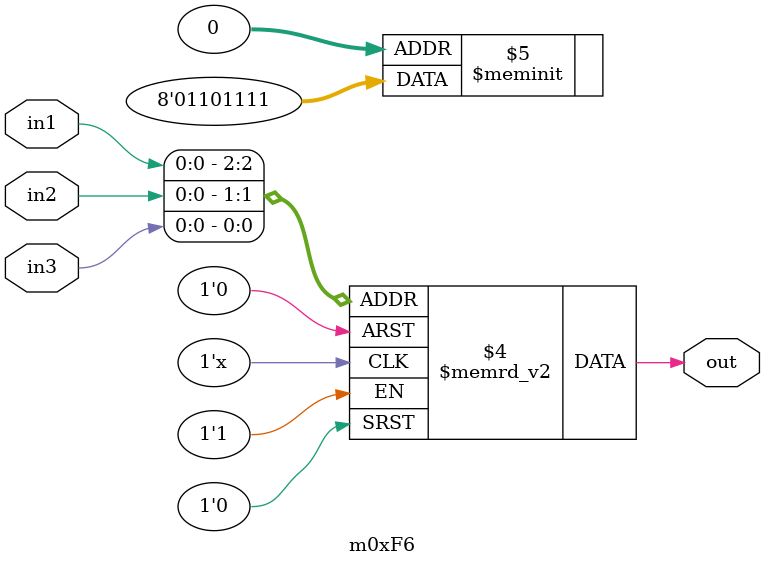
<source format=v>
module m0xF6(output out, input in1, in2, in3);

   always @(in1, in2, in3)
     begin
        case({in1, in2, in3})
          3'b000: {out} = 1'b1;
          3'b001: {out} = 1'b1;
          3'b010: {out} = 1'b1;
          3'b011: {out} = 1'b1;
          3'b100: {out} = 1'b0;
          3'b101: {out} = 1'b1;
          3'b110: {out} = 1'b1;
          3'b111: {out} = 1'b0;
        endcase // case ({in1, in2, in3})
     end // always @ (in1, in2, in3)

endmodule // m0xF6
</source>
